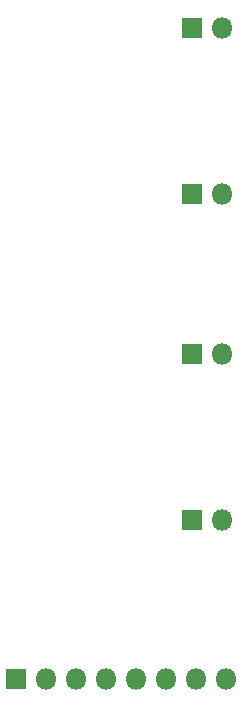
<source format=gbr>
%TF.GenerationSoftware,KiCad,Pcbnew,(5.1.6)-1*%
%TF.CreationDate,2020-08-20T15:31:08-07:00*%
%TF.ProjectId,RGBW Driver,52474257-2044-4726-9976-65722e6b6963,rev?*%
%TF.SameCoordinates,Original*%
%TF.FileFunction,Soldermask,Bot*%
%TF.FilePolarity,Negative*%
%FSLAX46Y46*%
G04 Gerber Fmt 4.6, Leading zero omitted, Abs format (unit mm)*
G04 Created by KiCad (PCBNEW (5.1.6)-1) date 2020-08-20 15:31:08*
%MOMM*%
%LPD*%
G01*
G04 APERTURE LIST*
%ADD10O,1.800000X1.800000*%
%ADD11R,1.800000X1.800000*%
G04 APERTURE END LIST*
D10*
%TO.C,J5*%
X91257120Y-78013560D03*
X88717120Y-78013560D03*
X86177120Y-78013560D03*
X83637120Y-78013560D03*
X81097120Y-78013560D03*
X78557120Y-78013560D03*
X76017120Y-78013560D03*
D11*
X73477120Y-78013560D03*
%TD*%
D10*
%TO.C,J1*%
X90900000Y-22910000D03*
D11*
X88360000Y-22910000D03*
%TD*%
D10*
%TO.C,J2*%
X90880000Y-37020000D03*
D11*
X88340000Y-37020000D03*
%TD*%
D10*
%TO.C,J3*%
X90900000Y-50570000D03*
D11*
X88360000Y-50570000D03*
%TD*%
%TO.C,J4*%
X88320000Y-64590000D03*
D10*
X90860000Y-64590000D03*
%TD*%
M02*

</source>
